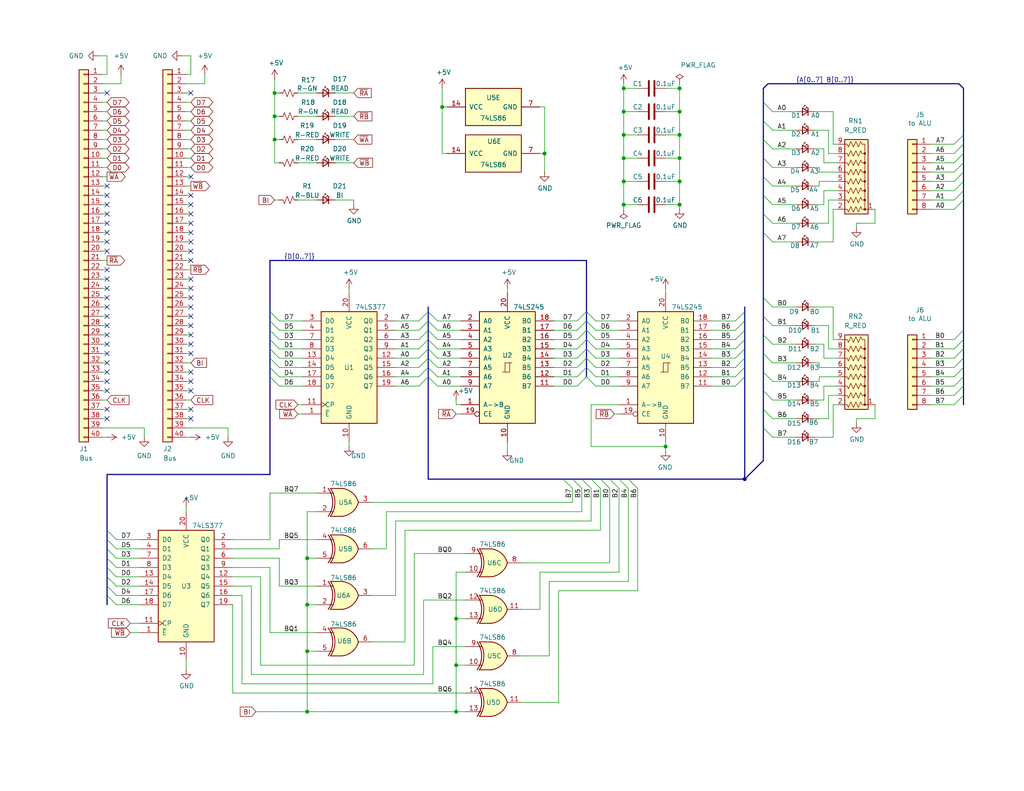
<source format=kicad_sch>
(kicad_sch (version 20231120) (generator "eeschema") (generator_version "8.0")
  (paper "USLetter")
  (title_block (title "SAP-Plus A and B Registers") (date "2024-11-30") (rev "1.1") (company "github.com/TomNisbet/sap-plus"))
  (junction (at 83.82 194.31))
  (junction (at 170.18 49.53))
  (junction (at 124.46 194.31))
  (junction (at 124.46 181.61))
  (junction (at 170.18 43.18))
  (junction (at 170.18 55.88))
  (junction (at 185.42 55.88))
  (junction (at 185.42 43.18))
  (junction (at 203.2 130.81))
  (junction (at 170.18 24.13))
  (junction (at 83.82 177.8))
  (junction (at 170.18 30.48))
  (junction (at 83.82 165.1))
  (junction (at 148.59 41.91))
  (junction (at 185.42 36.83))
  (junction (at 83.82 152.4))
  (junction (at 74.93 38.1))
  (junction (at 170.18 36.83))
  (junction (at 181.61 121.92))
  (junction (at 120.65 29.21))
  (junction (at 185.42 30.48))
  (junction (at 74.93 25.4))
  (junction (at 185.42 49.53))
  (junction (at 185.42 24.13))
  (junction (at 74.93 31.75))
  (junction (at 124.46 168.91))
  (no_connect (at 29.21 63.5))
  (no_connect (at 29.21 66.04))
  (no_connect (at 29.21 111.76))
  (no_connect (at 29.21 83.82))
  (no_connect (at 52.07 25.4))
  (no_connect (at 52.07 83.82))
  (no_connect (at 52.07 86.36))
  (no_connect (at 52.07 104.14))
  (no_connect (at 29.21 53.34))
  (no_connect (at 29.21 60.96))
  (no_connect (at 29.21 55.88))
  (no_connect (at 52.07 88.9))
  (no_connect (at 29.21 93.98))
  (no_connect (at 52.07 76.2))
  (no_connect (at 52.07 60.96))
  (no_connect (at 29.21 73.66))
  (no_connect (at 52.07 66.04))
  (no_connect (at 29.21 88.9))
  (no_connect (at 29.21 91.44))
  (no_connect (at 29.21 101.6))
  (no_connect (at 52.07 91.44))
  (no_connect (at 52.07 63.5))
  (no_connect (at 29.21 25.4))
  (no_connect (at 52.07 106.68))
  (no_connect (at 29.21 86.36))
  (no_connect (at 29.21 99.06))
  (no_connect (at 52.07 114.3))
  (no_connect (at 29.21 81.28))
  (no_connect (at 52.07 96.52))
  (no_connect (at 29.21 68.58))
  (no_connect (at 52.07 48.26))
  (no_connect (at 29.21 96.52))
  (no_connect (at 29.21 78.74))
  (no_connect (at 29.21 114.3))
  (no_connect (at 29.21 76.2))
  (no_connect (at 52.07 93.98))
  (no_connect (at 52.07 53.34))
  (no_connect (at 52.07 55.88))
  (no_connect (at 52.07 111.76))
  (no_connect (at 52.07 101.6))
  (no_connect (at 52.07 78.74))
  (no_connect (at 52.07 71.12))
  (no_connect (at 52.07 58.42))
  (no_connect (at 52.07 81.28))
  (no_connect (at 29.21 104.14))
  (no_connect (at 29.21 106.68))
  (no_connect (at 29.21 50.8))
  (no_connect (at 29.21 58.42))
  (no_connect (at 52.07 68.58))
  (bus_entry (at 208.28 116.84) (size 2.54 2.54))
  (bus_entry (at 153.67 130.81) (size 2.54 2.54))
  (bus_entry (at 116.84 102.87) (size -2.54 2.54))
  (bus_entry (at 160.02 87.63) (size -2.54 2.54))
  (bus_entry (at 29.21 147.32) (size 2.54 2.54))
  (bus_entry (at 262.89 39.37) (size -2.54 2.54))
  (bus_entry (at 208.28 101.6) (size 2.54 2.54))
  (bus_entry (at 116.84 92.71) (size 2.54 2.54))
  (bus_entry (at 262.89 107.95) (size -2.54 2.54))
  (bus_entry (at 116.84 87.63) (size 2.54 2.54))
  (bus_entry (at 116.84 100.33) (size -2.54 2.54))
  (bus_entry (at 262.89 97.79) (size -2.54 2.54))
  (bus_entry (at 29.21 154.94) (size 2.54 2.54))
  (bus_entry (at 73.66 102.87) (size 2.54 2.54))
  (bus_entry (at 208.28 53.34) (size 2.54 2.54))
  (bus_entry (at 73.66 92.71) (size 2.54 2.54))
  (bus_entry (at 160.02 95.25) (size -2.54 2.54))
  (bus_entry (at 29.21 149.86) (size 2.54 2.54))
  (bus_entry (at 116.84 90.17) (size 2.54 2.54))
  (bus_entry (at 116.84 95.25) (size 2.54 2.54))
  (bus_entry (at 160.02 95.25) (size 2.54 2.54))
  (bus_entry (at 203.2 100.33) (size -2.54 2.54))
  (bus_entry (at 168.91 130.81) (size 2.54 2.54))
  (bus_entry (at 262.89 54.61) (size -2.54 2.54))
  (bus_entry (at 116.84 97.79) (size 2.54 2.54))
  (bus_entry (at 73.66 95.25) (size 2.54 2.54))
  (bus_entry (at 166.37 130.81) (size 2.54 2.54))
  (bus_entry (at 262.89 36.83) (size -2.54 2.54))
  (bus_entry (at 262.89 100.33) (size -2.54 2.54))
  (bus_entry (at 116.84 102.87) (size 2.54 2.54))
  (bus_entry (at 262.89 105.41) (size -2.54 2.54))
  (bus_entry (at 208.28 27.94) (size 2.54 2.54))
  (bus_entry (at 208.28 63.5) (size 2.54 2.54))
  (bus_entry (at 208.28 48.26) (size 2.54 2.54))
  (bus_entry (at 262.89 46.99) (size -2.54 2.54))
  (bus_entry (at 29.21 144.78) (size 2.54 2.54))
  (bus_entry (at 29.21 152.4) (size 2.54 2.54))
  (bus_entry (at 160.02 90.17) (size -2.54 2.54))
  (bus_entry (at 29.21 157.48) (size 2.54 2.54))
  (bus_entry (at 116.84 85.09) (size -2.54 2.54))
  (bus_entry (at 158.75 130.81) (size 2.54 2.54))
  (bus_entry (at 208.28 38.1) (size 2.54 2.54))
  (bus_entry (at 116.84 85.09) (size 2.54 2.54))
  (bus_entry (at 203.2 102.87) (size -2.54 2.54))
  (bus_entry (at 160.02 90.17) (size 2.54 2.54))
  (bus_entry (at 161.29 130.81) (size 2.54 2.54))
  (bus_entry (at 208.28 33.02) (size 2.54 2.54))
  (bus_entry (at 262.89 90.17) (size -2.54 2.54))
  (bus_entry (at 116.84 92.71) (size -2.54 2.54))
  (bus_entry (at 171.45 130.81) (size 2.54 2.54))
  (bus_entry (at 208.28 43.18) (size 2.54 2.54))
  (bus_entry (at 262.89 44.45) (size -2.54 2.54))
  (bus_entry (at 208.28 106.68) (size 2.54 2.54))
  (bus_entry (at 116.84 100.33) (size 2.54 2.54))
  (bus_entry (at 160.02 87.63) (size 2.54 2.54))
  (bus_entry (at 160.02 100.33) (size -2.54 2.54))
  (bus_entry (at 73.66 100.33) (size 2.54 2.54))
  (bus_entry (at 203.2 87.63) (size -2.54 2.54))
  (bus_entry (at 203.2 92.71) (size -2.54 2.54))
  (bus_entry (at 208.28 91.44) (size 2.54 2.54))
  (bus_entry (at 262.89 92.71) (size -2.54 2.54))
  (bus_entry (at 29.21 160.02) (size 2.54 2.54))
  (bus_entry (at 116.84 97.79) (size -2.54 2.54))
  (bus_entry (at 262.89 95.25) (size -2.54 2.54))
  (bus_entry (at 203.2 97.79) (size -2.54 2.54))
  (bus_entry (at 160.02 92.71) (size -2.54 2.54))
  (bus_entry (at 160.02 92.71) (size 2.54 2.54))
  (bus_entry (at 73.66 87.63) (size 2.54 2.54))
  (bus_entry (at 73.66 90.17) (size 2.54 2.54))
  (bus_entry (at 160.02 85.09) (size -2.54 2.54))
  (bus_entry (at 160.02 97.79) (size 2.54 2.54))
  (bus_entry (at 163.83 130.81) (size 2.54 2.54))
  (bus_entry (at 262.89 41.91) (size -2.54 2.54))
  (bus_entry (at 116.84 95.25) (size -2.54 2.54))
  (bus_entry (at 208.28 58.42) (size 2.54 2.54))
  (bus_entry (at 160.02 100.33) (size 2.54 2.54))
  (bus_entry (at 262.89 102.87) (size -2.54 2.54))
  (bus_entry (at 208.28 111.76) (size 2.54 2.54))
  (bus_entry (at 160.02 102.87) (size 2.54 2.54))
  (bus_entry (at 262.89 49.53) (size -2.54 2.54))
  (bus_entry (at 203.2 90.17) (size -2.54 2.54))
  (bus_entry (at 203.2 85.09) (size -2.54 2.54))
  (bus_entry (at 208.28 96.52) (size 2.54 2.54))
  (bus_entry (at 116.84 90.17) (size -2.54 2.54))
  (bus_entry (at 73.66 85.09) (size 2.54 2.54))
  (bus_entry (at 116.84 87.63) (size -2.54 2.54))
  (bus_entry (at 208.28 86.36) (size 2.54 2.54))
  (bus_entry (at 203.2 95.25) (size -2.54 2.54))
  (bus_entry (at 208.28 81.28) (size 2.54 2.54))
  (bus_entry (at 160.02 97.79) (size -2.54 2.54))
  (bus_entry (at 160.02 102.87) (size -2.54 2.54))
  (bus_entry (at 262.89 52.07) (size -2.54 2.54))
  (bus_entry (at 29.21 162.56) (size 2.54 2.54))
  (bus_entry (at 156.21 130.81) (size 2.54 2.54))
  (bus_entry (at 160.02 85.09) (size 2.54 2.54))
  (bus_entry (at 73.66 97.79) (size 2.54 2.54))
  (wire (pts (xy 66.04 186.69) (xy 118.11 186.69)))
  (bus (pts (xy 209.55 22.86) (xy 261.62 22.86)))
  (wire (pts (xy 83.82 165.1) (xy 83.82 177.8)))
  (wire (pts (xy 157.48 97.79) (xy 151.13 97.79)))
  (wire (pts (xy 228.6 39.37) (xy 227.33 39.37)))
  (bus (pts (xy 262.89 46.99) (xy 262.89 49.53)))
  (wire (pts (xy 226.06 54.61) (xy 228.6 54.61)))
  (wire (pts (xy 260.35 41.91) (xy 254 41.91)))
  (bus (pts (xy 156.21 130.81) (xy 153.67 130.81)))
  (wire (pts (xy 185.42 24.13) (xy 185.42 30.48)))
  (wire (pts (xy 29.21 76.2) (xy 27.94 76.2)))
  (wire (pts (xy 27.94 22.86) (xy 33.02 22.86)))
  (wire (pts (xy 63.5 152.4) (xy 76.2 152.4)))
  (wire (pts (xy 63.5 162.56) (xy 66.04 162.56)))
  (bus (pts (xy 160.02 85.09) (xy 160.02 87.63)))
  (wire (pts (xy 162.56 90.17) (xy 168.91 90.17)))
  (wire (pts (xy 254 57.15) (xy 260.35 57.15)))
  (wire (pts (xy 29.21 119.38) (xy 27.94 119.38)))
  (wire (pts (xy 200.66 102.87) (xy 194.31 102.87)))
  (wire (pts (xy 185.42 22.86) (xy 185.42 24.13)))
  (bus (pts (xy 29.21 144.78) (xy 29.21 147.32)))
  (wire (pts (xy 52.07 40.64) (xy 50.8 40.64)))
  (wire (pts (xy 124.46 110.49) (xy 124.46 109.22)))
  (wire (pts (xy 29.21 53.34) (xy 27.94 53.34)))
  (wire (pts (xy 224.79 97.79) (xy 224.79 93.98)))
  (wire (pts (xy 181.61 121.92) (xy 181.61 123.19)))
  (wire (pts (xy 29.21 45.72) (xy 27.94 45.72)))
  (wire (pts (xy 223.52 100.33) (xy 228.6 100.33)))
  (wire (pts (xy 185.42 55.88) (xy 185.42 57.15)))
  (wire (pts (xy 260.35 52.07) (xy 254 52.07)))
  (bus (pts (xy 262.89 41.91) (xy 262.89 44.45)))
  (wire (pts (xy 29.21 93.98) (xy 27.94 93.98)))
  (wire (pts (xy 39.37 116.84) (xy 39.37 119.38)))
  (wire (pts (xy 152.4 161.29) (xy 152.4 191.77)))
  (bus (pts (xy 203.2 130.81) (xy 208.28 125.73)))
  (wire (pts (xy 210.82 30.48) (xy 217.17 30.48)))
  (wire (pts (xy 31.75 165.1) (xy 38.1 165.1)))
  (wire (pts (xy 260.35 100.33) (xy 254 100.33)))
  (wire (pts (xy 107.95 142.24) (xy 107.95 162.56)))
  (bus (pts (xy 262.89 92.71) (xy 262.89 95.25)))
  (wire (pts (xy 260.35 97.79) (xy 254 97.79)))
  (wire (pts (xy 81.28 25.4) (xy 86.36 25.4)))
  (wire (pts (xy 91.44 31.75) (xy 96.52 31.75)))
  (wire (pts (xy 260.35 46.99) (xy 254 46.99)))
  (bus (pts (xy 262.89 90.17) (xy 262.89 92.71)))
  (wire (pts (xy 170.18 49.53) (xy 170.18 55.88)))
  (wire (pts (xy 101.6 149.86) (xy 105.41 149.86)))
  (wire (pts (xy 157.48 95.25) (xy 151.13 95.25)))
  (wire (pts (xy 223.52 46.99) (xy 228.6 46.99)))
  (wire (pts (xy 210.82 93.98) (xy 217.17 93.98)))
  (bus (pts (xy 203.2 85.09) (xy 203.2 87.63)))
  (wire (pts (xy 74.93 31.75) (xy 74.93 38.1)))
  (wire (pts (xy 76.2 95.25) (xy 82.55 95.25)))
  (wire (pts (xy 125.73 102.87) (xy 119.38 102.87)))
  (wire (pts (xy 63.5 160.02) (xy 68.58 160.02)))
  (wire (pts (xy 68.58 184.15) (xy 115.57 184.15)))
  (wire (pts (xy 260.35 44.45) (xy 254 44.45)))
  (bus (pts (xy 208.28 38.1) (xy 208.28 43.18)))
  (wire (pts (xy 35.56 172.72) (xy 38.1 172.72)))
  (wire (pts (xy 226.06 107.95) (xy 226.06 114.3)))
  (wire (pts (xy 52.07 83.82) (xy 50.8 83.82)))
  (wire (pts (xy 76.2 102.87) (xy 82.55 102.87)))
  (wire (pts (xy 29.21 68.58) (xy 27.94 68.58)))
  (wire (pts (xy 74.93 44.45) (xy 76.2 44.45)))
  (bus (pts (xy 262.89 102.87) (xy 262.89 105.41)))
  (wire (pts (xy 181.61 78.74) (xy 181.61 80.01)))
  (wire (pts (xy 27.94 104.14) (xy 29.21 104.14)))
  (bus (pts (xy 29.21 160.02) (xy 29.21 162.56)))
  (wire (pts (xy 29.21 30.48) (xy 27.94 30.48)))
  (wire (pts (xy 200.66 100.33) (xy 194.31 100.33)))
  (wire (pts (xy 52.07 15.24) (xy 52.07 20.32)))
  (wire (pts (xy 238.76 110.49) (xy 238.76 114.3)))
  (wire (pts (xy 170.18 55.88) (xy 173.99 55.88)))
  (wire (pts (xy 162.56 97.79) (xy 168.91 97.79)))
  (wire (pts (xy 163.83 133.35) (xy 163.83 144.78)))
  (bus (pts (xy 203.2 92.71) (xy 203.2 95.25)))
  (bus (pts (xy 262.89 44.45) (xy 262.89 46.99)))
  (wire (pts (xy 222.25 99.06) (xy 223.52 99.06)))
  (wire (pts (xy 210.82 35.56) (xy 217.17 35.56)))
  (wire (pts (xy 200.66 92.71) (xy 194.31 92.71)))
  (bus (pts (xy 208.28 111.76) (xy 208.28 116.84)))
  (wire (pts (xy 260.35 110.49) (xy 254 110.49)))
  (wire (pts (xy 52.07 53.34) (xy 50.8 53.34)))
  (wire (pts (xy 52.07 50.8) (xy 50.8 50.8)))
  (wire (pts (xy 52.07 106.68) (xy 50.8 106.68)))
  (wire (pts (xy 223.52 49.53) (xy 228.6 49.53)))
  (wire (pts (xy 119.38 95.25) (xy 125.73 95.25)))
  (wire (pts (xy 210.82 40.64) (xy 217.17 40.64)))
  (wire (pts (xy 222.25 60.96) (xy 226.06 60.96)))
  (wire (pts (xy 29.21 20.32) (xy 27.94 20.32)))
  (wire (pts (xy 226.06 60.96) (xy 226.06 54.61)))
  (wire (pts (xy 76.2 147.32) (xy 86.36 147.32)))
  (wire (pts (xy 74.93 21.59) (xy 74.93 25.4)))
  (wire (pts (xy 260.35 95.25) (xy 254 95.25)))
  (wire (pts (xy 29.21 60.96) (xy 27.94 60.96)))
  (wire (pts (xy 156.21 133.35) (xy 156.21 137.16)))
  (wire (pts (xy 31.75 160.02) (xy 38.1 160.02)))
  (wire (pts (xy 114.3 100.33) (xy 107.95 100.33)))
  (wire (pts (xy 29.21 58.42) (xy 27.94 58.42)))
  (wire (pts (xy 29.21 96.52) (xy 27.94 96.52)))
  (wire (pts (xy 152.4 191.77) (xy 142.24 191.77)))
  (wire (pts (xy 105.41 149.86) (xy 105.41 139.7)))
  (wire (pts (xy 52.07 63.5) (xy 50.8 63.5)))
  (wire (pts (xy 185.42 30.48) (xy 185.42 36.83)))
  (wire (pts (xy 210.82 109.22) (xy 217.17 109.22)))
  (wire (pts (xy 50.8 138.43) (xy 50.8 139.7)))
  (wire (pts (xy 86.36 165.1) (xy 83.82 165.1)))
  (wire (pts (xy 115.57 184.15) (xy 115.57 163.83)))
  (wire (pts (xy 162.56 87.63) (xy 168.91 87.63)))
  (bus (pts (xy 29.21 147.32) (xy 29.21 149.86)))
  (wire (pts (xy 228.6 95.25) (xy 226.06 95.25)))
  (bus (pts (xy 160.02 97.79) (xy 160.02 100.33)))
  (wire (pts (xy 161.29 142.24) (xy 107.95 142.24)))
  (wire (pts (xy 210.82 66.04) (xy 217.17 66.04)))
  (wire (pts (xy 147.32 156.21) (xy 147.32 166.37)))
  (bus (pts (xy 262.89 100.33) (xy 262.89 102.87)))
  (bus (pts (xy 73.66 102.87) (xy 73.66 129.54)))
  (wire (pts (xy 222.25 109.22) (xy 224.79 109.22)))
  (wire (pts (xy 125.73 110.49) (xy 124.46 110.49)))
  (wire (pts (xy 210.82 60.96) (xy 217.17 60.96)))
  (wire (pts (xy 222.25 40.64) (xy 224.79 40.64)))
  (bus (pts (xy 262.89 49.53) (xy 262.89 52.07)))
  (wire (pts (xy 29.21 91.44) (xy 27.94 91.44)))
  (wire (pts (xy 52.07 104.14) (xy 50.8 104.14)))
  (wire (pts (xy 62.23 116.84) (xy 62.23 119.38)))
  (bus (pts (xy 203.2 102.87) (xy 203.2 130.81)))
  (wire (pts (xy 29.21 78.74) (xy 27.94 78.74)))
  (wire (pts (xy 166.37 133.35) (xy 166.37 153.67)))
  (wire (pts (xy 52.07 30.48) (xy 50.8 30.48)))
  (bus (pts (xy 163.83 130.81) (xy 161.29 130.81)))
  (wire (pts (xy 107.95 90.17) (xy 114.3 90.17)))
  (bus (pts (xy 208.28 96.52) (xy 208.28 101.6)))
  (wire (pts (xy 29.21 71.12) (xy 27.94 71.12)))
  (wire (pts (xy 138.43 78.74) (xy 138.43 80.01)))
  (wire (pts (xy 173.99 161.29) (xy 152.4 161.29)))
  (wire (pts (xy 210.82 99.06) (xy 217.17 99.06)))
  (bus (pts (xy 208.28 27.94) (xy 208.28 24.13)))
  (bus (pts (xy 208.28 91.44) (xy 208.28 96.52)))
  (bus (pts (xy 208.28 81.28) (xy 208.28 86.36)))
  (wire (pts (xy 210.82 50.8) (xy 217.17 50.8)))
  (bus (pts (xy 116.84 102.87) (xy 116.84 130.81)))
  (wire (pts (xy 29.21 50.8) (xy 27.94 50.8)))
  (wire (pts (xy 76.2 92.71) (xy 82.55 92.71)))
  (wire (pts (xy 222.25 45.72) (xy 223.52 45.72)))
  (bus (pts (xy 29.21 152.4) (xy 29.21 154.94)))
  (wire (pts (xy 181.61 120.65) (xy 181.61 121.92)))
  (wire (pts (xy 52.07 76.2) (xy 50.8 76.2)))
  (wire (pts (xy 181.61 49.53) (xy 185.42 49.53)))
  (wire (pts (xy 149.86 158.75) (xy 149.86 179.07)))
  (wire (pts (xy 181.61 121.92) (xy 161.29 121.92)))
  (wire (pts (xy 29.21 40.64) (xy 27.94 40.64)))
  (wire (pts (xy 52.07 99.06) (xy 50.8 99.06)))
  (wire (pts (xy 113.03 151.13) (xy 127 151.13)))
  (wire (pts (xy 29.21 55.88) (xy 27.94 55.88)))
  (wire (pts (xy 223.52 45.72) (xy 223.52 46.99)))
  (wire (pts (xy 170.18 24.13) (xy 170.18 30.48)))
  (bus (pts (xy 73.66 100.33) (xy 73.66 102.87)))
  (wire (pts (xy 171.45 158.75) (xy 149.86 158.75)))
  (wire (pts (xy 210.82 88.9) (xy 217.17 88.9)))
  (wire (pts (xy 121.92 41.91) (xy 120.65 41.91)))
  (wire (pts (xy 27.94 114.3) (xy 29.21 114.3)))
  (wire (pts (xy 228.6 57.15) (xy 227.33 57.15)))
  (wire (pts (xy 227.33 57.15) (xy 227.33 66.04)))
  (wire (pts (xy 238.76 60.96) (xy 233.68 60.96)))
  (bus (pts (xy 73.66 71.12) (xy 73.66 85.09)))
  (wire (pts (xy 81.28 44.45) (xy 86.36 44.45)))
  (wire (pts (xy 74.93 25.4) (xy 74.93 31.75)))
  (wire (pts (xy 29.21 43.18) (xy 27.94 43.18)))
  (wire (pts (xy 118.11 176.53) (xy 127 176.53)))
  (bus (pts (xy 116.84 90.17) (xy 116.84 92.71)))
  (wire (pts (xy 101.6 175.26) (xy 110.49 175.26)))
  (wire (pts (xy 125.73 105.41) (xy 119.38 105.41)))
  (wire (pts (xy 185.42 55.88) (xy 181.61 55.88)))
  (wire (pts (xy 52.07 119.38) (xy 50.8 119.38)))
  (wire (pts (xy 171.45 133.35) (xy 171.45 158.75)))
  (bus (pts (xy 208.28 43.18) (xy 208.28 48.26)))
  (wire (pts (xy 114.3 95.25) (xy 107.95 95.25)))
  (wire (pts (xy 228.6 107.95) (xy 226.06 107.95)))
  (wire (pts (xy 52.07 91.44) (xy 50.8 91.44)))
  (wire (pts (xy 91.44 54.61) (xy 96.52 54.61)))
  (wire (pts (xy 35.56 170.18) (xy 38.1 170.18)))
  (wire (pts (xy 157.48 102.87) (xy 151.13 102.87)))
  (bus (pts (xy 171.45 130.81) (xy 168.91 130.81)))
  (wire (pts (xy 31.75 157.48) (xy 38.1 157.48)))
  (wire (pts (xy 73.66 154.94) (xy 73.66 172.72)))
  (bus (pts (xy 208.28 58.42) (xy 208.28 63.5)))
  (wire (pts (xy 228.6 97.79) (xy 224.79 97.79)))
  (wire (pts (xy 210.82 45.72) (xy 217.17 45.72)))
  (wire (pts (xy 200.66 90.17) (xy 194.31 90.17)))
  (wire (pts (xy 170.18 55.88) (xy 170.18 57.15)))
  (bus (pts (xy 73.66 90.17) (xy 73.66 92.71)))
  (wire (pts (xy 124.46 181.61) (xy 124.46 194.31)))
  (bus (pts (xy 203.2 90.17) (xy 203.2 92.71)))
  (wire (pts (xy 81.28 38.1) (xy 86.36 38.1)))
  (wire (pts (xy 76.2 90.17) (xy 82.55 90.17)))
  (wire (pts (xy 181.61 36.83) (xy 185.42 36.83)))
  (wire (pts (xy 119.38 92.71) (xy 125.73 92.71)))
  (wire (pts (xy 27.94 116.84) (xy 39.37 116.84)))
  (wire (pts (xy 222.25 83.82) (xy 227.33 83.82)))
  (wire (pts (xy 161.29 133.35) (xy 161.29 142.24)))
  (wire (pts (xy 29.21 63.5) (xy 27.94 63.5)))
  (wire (pts (xy 76.2 97.79) (xy 82.55 97.79)))
  (wire (pts (xy 157.48 105.41) (xy 151.13 105.41)))
  (wire (pts (xy 29.21 66.04) (xy 27.94 66.04)))
  (wire (pts (xy 173.99 43.18) (xy 170.18 43.18)))
  (bus (pts (xy 208.28 33.02) (xy 208.28 38.1)))
  (wire (pts (xy 52.07 27.94) (xy 50.8 27.94)))
  (wire (pts (xy 63.5 157.48) (xy 71.12 157.48)))
  (wire (pts (xy 63.5 189.23) (xy 127 189.23)))
  (bus (pts (xy 153.67 130.81) (xy 116.84 130.81)))
  (bus (pts (xy 160.02 92.71) (xy 160.02 95.25)))
  (wire (pts (xy 68.58 160.02) (xy 68.58 184.15)))
  (bus (pts (xy 160.02 100.33) (xy 160.02 102.87)))
  (wire (pts (xy 147.32 41.91) (xy 148.59 41.91)))
  (bus (pts (xy 208.28 27.94) (xy 208.28 33.02)))
  (wire (pts (xy 91.44 25.4) (xy 96.52 25.4)))
  (wire (pts (xy 260.35 105.41) (xy 254 105.41)))
  (wire (pts (xy 52.07 71.12) (xy 50.8 71.12)))
  (wire (pts (xy 124.46 156.21) (xy 124.46 168.91)))
  (bus (pts (xy 261.62 22.86) (xy 262.89 24.13)))
  (wire (pts (xy 76.2 31.75) (xy 74.93 31.75)))
  (wire (pts (xy 173.99 133.35) (xy 173.99 161.29)))
  (wire (pts (xy 82.55 110.49) (xy 81.28 110.49)))
  (wire (pts (xy 52.07 60.96) (xy 50.8 60.96)))
  (bus (pts (xy 116.84 92.71) (xy 116.84 95.25)))
  (wire (pts (xy 200.66 87.63) (xy 194.31 87.63)))
  (wire (pts (xy 254 54.61) (xy 260.35 54.61)))
  (wire (pts (xy 181.61 30.48) (xy 185.42 30.48)))
  (wire (pts (xy 210.82 114.3) (xy 217.17 114.3)))
  (wire (pts (xy 168.91 133.35) (xy 168.91 156.21)))
  (wire (pts (xy 110.49 175.26) (xy 110.49 144.78)))
  (wire (pts (xy 29.21 81.28) (xy 27.94 81.28)))
  (wire (pts (xy 29.21 88.9) (xy 27.94 88.9)))
  (wire (pts (xy 233.68 114.3) (xy 238.76 114.3)))
  (wire (pts (xy 119.38 97.79) (xy 125.73 97.79)))
  (wire (pts (xy 83.82 139.7) (xy 83.82 152.4)))
  (wire (pts (xy 227.33 92.71) (xy 227.33 83.82)))
  (bus (pts (xy 208.28 48.26) (xy 208.28 53.34)))
  (wire (pts (xy 52.07 93.98) (xy 50.8 93.98)))
  (wire (pts (xy 52.07 58.42) (xy 50.8 58.42)))
  (wire (pts (xy 181.61 24.13) (xy 185.42 24.13)))
  (wire (pts (xy 170.18 30.48) (xy 170.18 36.83)))
  (wire (pts (xy 52.07 73.66) (xy 50.8 73.66)))
  (wire (pts (xy 95.25 78.74) (xy 95.25 80.01)))
  (wire (pts (xy 228.6 110.49) (xy 227.33 110.49)))
  (wire (pts (xy 31.75 152.4) (xy 38.1 152.4)))
  (wire (pts (xy 222.25 66.04) (xy 227.33 66.04)))
  (wire (pts (xy 114.3 97.79) (xy 107.95 97.79)))
  (wire (pts (xy 222.25 119.38) (xy 227.33 119.38)))
  (wire (pts (xy 227.33 39.37) (xy 227.33 30.48)))
  (wire (pts (xy 83.82 194.31) (xy 124.46 194.31)))
  (wire (pts (xy 149.86 179.07) (xy 142.24 179.07)))
  (bus (pts (xy 73.66 129.54) (xy 29.21 129.54)))
  (wire (pts (xy 124.46 181.61) (xy 127 181.61)))
  (wire (pts (xy 173.99 24.13) (xy 170.18 24.13)))
  (wire (pts (xy 260.35 102.87) (xy 254 102.87)))
  (wire (pts (xy 110.49 144.78) (xy 163.83 144.78)))
  (wire (pts (xy 52.07 55.88) (xy 50.8 55.88)))
  (wire (pts (xy 76.2 38.1) (xy 74.93 38.1)))
  (bus (pts (xy 262.89 107.95) (xy 262.89 110.49)))
  (wire (pts (xy 71.12 157.48) (xy 71.12 181.61)))
  (wire (pts (xy 76.2 105.41) (xy 82.55 105.41)))
  (wire (pts (xy 224.79 52.07) (xy 224.79 55.88)))
  (bus (pts (xy 262.89 52.07) (xy 262.89 54.61)))
  (bus (pts (xy 208.28 116.84) (xy 208.28 125.73)))
  (wire (pts (xy 233.68 60.96) (xy 233.68 62.23)))
  (wire (pts (xy 86.36 152.4) (xy 83.82 152.4)))
  (wire (pts (xy 69.85 194.31) (xy 83.82 194.31)))
  (bus (pts (xy 116.84 100.33) (xy 116.84 102.87)))
  (wire (pts (xy 173.99 36.83) (xy 170.18 36.83)))
  (wire (pts (xy 181.61 43.18) (xy 185.42 43.18)))
  (wire (pts (xy 119.38 87.63) (xy 125.73 87.63)))
  (wire (pts (xy 162.56 100.33) (xy 168.91 100.33)))
  (wire (pts (xy 107.95 87.63) (xy 114.3 87.63)))
  (wire (pts (xy 73.66 147.32) (xy 63.5 147.32)))
  (wire (pts (xy 185.42 49.53) (xy 185.42 55.88)))
  (wire (pts (xy 26.67 15.24) (xy 29.21 15.24)))
  (bus (pts (xy 168.91 130.81) (xy 166.37 130.81)))
  (wire (pts (xy 228.6 41.91) (xy 226.06 41.91)))
  (wire (pts (xy 76.2 25.4) (xy 74.93 25.4)))
  (wire (pts (xy 226.06 41.91) (xy 226.06 35.56)))
  (wire (pts (xy 168.91 113.03) (xy 167.64 113.03)))
  (wire (pts (xy 210.82 83.82) (xy 217.17 83.82)))
  (wire (pts (xy 76.2 147.32) (xy 76.2 149.86)))
  (wire (pts (xy 52.07 81.28) (xy 50.8 81.28)))
  (bus (pts (xy 29.21 162.56) (xy 29.21 165.1)))
  (wire (pts (xy 120.65 29.21) (xy 121.92 29.21)))
  (wire (pts (xy 91.44 38.1) (xy 96.52 38.1)))
  (bus (pts (xy 73.66 71.12) (xy 160.02 71.12)))
  (bus (pts (xy 262.89 54.61) (xy 262.89 90.17)))
  (wire (pts (xy 29.21 38.1) (xy 27.94 38.1)))
  (bus (pts (xy 208.28 24.13) (xy 209.55 22.86)))
  (wire (pts (xy 228.6 52.07) (xy 224.79 52.07)))
  (wire (pts (xy 52.07 45.72) (xy 50.8 45.72)))
  (wire (pts (xy 107.95 162.56) (xy 101.6 162.56)))
  (wire (pts (xy 76.2 100.33) (xy 82.55 100.33)))
  (bus (pts (xy 160.02 95.25) (xy 160.02 97.79)))
  (wire (pts (xy 222.25 114.3) (xy 226.06 114.3)))
  (wire (pts (xy 124.46 194.31) (xy 127 194.31)))
  (wire (pts (xy 52.07 111.76) (xy 50.8 111.76)))
  (wire (pts (xy 52.07 86.36) (xy 50.8 86.36)))
  (wire (pts (xy 228.6 44.45) (xy 224.79 44.45)))
  (wire (pts (xy 223.52 104.14) (xy 222.25 104.14)))
  (bus (pts (xy 116.84 97.79) (xy 116.84 100.33)))
  (wire (pts (xy 222.25 55.88) (xy 224.79 55.88)))
  (wire (pts (xy 76.2 87.63) (xy 82.55 87.63)))
  (wire (pts (xy 170.18 36.83) (xy 170.18 43.18)))
  (bus (pts (xy 262.89 97.79) (xy 262.89 100.33)))
  (wire (pts (xy 52.07 48.26) (xy 50.8 48.26)))
  (wire (pts (xy 114.3 92.71) (xy 107.95 92.71)))
  (wire (pts (xy 185.42 43.18) (xy 185.42 49.53)))
  (wire (pts (xy 120.65 41.91) (xy 120.65 29.21)))
  (wire (pts (xy 27.94 109.22) (xy 29.21 109.22)))
  (wire (pts (xy 238.76 57.15) (xy 238.76 60.96)))
  (wire (pts (xy 157.48 87.63) (xy 151.13 87.63)))
  (wire (pts (xy 210.82 119.38) (xy 217.17 119.38)))
  (wire (pts (xy 147.32 29.21) (xy 148.59 29.21)))
  (wire (pts (xy 74.93 38.1) (xy 74.93 44.45)))
  (bus (pts (xy 203.2 87.63) (xy 203.2 90.17)))
  (wire (pts (xy 124.46 168.91) (xy 124.46 181.61)))
  (wire (pts (xy 166.37 153.67) (xy 142.24 153.67)))
  (wire (pts (xy 119.38 90.17) (xy 125.73 90.17)))
  (wire (pts (xy 52.07 114.3) (xy 50.8 114.3)))
  (bus (pts (xy 73.66 85.09) (xy 73.66 87.63)))
  (bus (pts (xy 208.28 53.34) (xy 208.28 58.42)))
  (wire (pts (xy 73.66 134.62) (xy 73.66 147.32)))
  (wire (pts (xy 228.6 102.87) (xy 223.52 102.87)))
  (bus (pts (xy 116.84 83.82) (xy 116.84 85.09)))
  (wire (pts (xy 260.35 107.95) (xy 254 107.95)))
  (wire (pts (xy 210.82 55.88) (xy 217.17 55.88)))
  (bus (pts (xy 29.21 149.86) (xy 29.21 152.4)))
  (wire (pts (xy 29.21 73.66) (xy 27.94 73.66)))
  (bus (pts (xy 116.84 85.09) (xy 116.84 87.63)))
  (wire (pts (xy 52.07 43.18) (xy 50.8 43.18)))
  (wire (pts (xy 31.75 154.94) (xy 38.1 154.94)))
  (wire (pts (xy 29.21 48.26) (xy 27.94 48.26)))
  (wire (pts (xy 52.07 66.04) (xy 50.8 66.04)))
  (bus (pts (xy 29.21 154.94) (xy 29.21 157.48)))
  (bus (pts (xy 203.2 100.33) (xy 203.2 102.87)))
  (wire (pts (xy 200.66 105.41) (xy 194.31 105.41)))
  (wire (pts (xy 185.42 36.83) (xy 185.42 43.18)))
  (bus (pts (xy 203.2 97.79) (xy 203.2 100.33)))
  (wire (pts (xy 74.93 54.61) (xy 76.2 54.61)))
  (bus (pts (xy 262.89 105.41) (xy 262.89 107.95)))
  (wire (pts (xy 173.99 30.48) (xy 170.18 30.48)))
  (wire (pts (xy 86.36 177.8) (xy 83.82 177.8)))
  (wire (pts (xy 233.68 115.57) (xy 233.68 114.3)))
  (wire (pts (xy 81.28 54.61) (xy 86.36 54.61)))
  (wire (pts (xy 119.38 100.33) (xy 125.73 100.33)))
  (wire (pts (xy 52.07 68.58) (xy 50.8 68.58)))
  (wire (pts (xy 91.44 44.45) (xy 96.52 44.45)))
  (wire (pts (xy 95.25 120.65) (xy 95.25 121.92)))
  (wire (pts (xy 227.33 110.49) (xy 227.33 119.38)))
  (wire (pts (xy 76.2 152.4) (xy 76.2 160.02)))
  (wire (pts (xy 81.28 31.75) (xy 86.36 31.75)))
  (wire (pts (xy 105.41 139.7) (xy 158.75 139.7)))
  (bus (pts (xy 208.28 86.36) (xy 208.28 91.44)))
  (wire (pts (xy 52.07 20.32) (xy 50.8 20.32)))
  (wire (pts (xy 73.66 134.62) (xy 86.36 134.62)))
  (wire (pts (xy 82.55 113.03) (xy 81.28 113.03)))
  (wire (pts (xy 29.21 99.06) (xy 27.94 99.06)))
  (wire (pts (xy 101.6 137.16) (xy 156.21 137.16)))
  (wire (pts (xy 147.32 166.37) (xy 142.24 166.37)))
  (wire (pts (xy 73.66 172.72) (xy 86.36 172.72)))
  (wire (pts (xy 157.48 100.33) (xy 151.13 100.33)))
  (wire (pts (xy 226.06 88.9) (xy 226.06 95.25)))
  (wire (pts (xy 162.56 105.41) (xy 168.91 105.41)))
  (wire (pts (xy 162.56 102.87) (xy 168.91 102.87)))
  (wire (pts (xy 50.8 180.34) (xy 50.8 182.88)))
  (wire (pts (xy 27.94 111.76) (xy 29.21 111.76)))
  (wire (pts (xy 162.56 95.25) (xy 168.91 95.25)))
  (wire (pts (xy 118.11 186.69) (xy 118.11 176.53)))
  (bus (pts (xy 203.2 130.81) (xy 171.45 130.81)))
  (wire (pts (xy 114.3 102.87) (xy 107.95 102.87)))
  (wire (pts (xy 33.02 22.86) (xy 33.02 20.32)))
  (wire (pts (xy 83.82 152.4) (xy 83.82 165.1)))
  (wire (pts (xy 76.2 160.02) (xy 86.36 160.02)))
  (bus (pts (xy 116.84 87.63) (xy 116.84 90.17)))
  (wire (pts (xy 52.07 25.4) (xy 50.8 25.4)))
  (bus (pts (xy 208.28 63.5) (xy 208.28 81.28)))
  (wire (pts (xy 86.36 139.7) (xy 83.82 139.7)))
  (wire (pts (xy 162.56 92.71) (xy 168.91 92.71)))
  (wire (pts (xy 127 156.21) (xy 124.46 156.21)))
  (wire (pts (xy 223.52 49.53) (xy 223.52 50.8)))
  (wire (pts (xy 200.66 97.79) (xy 194.31 97.79)))
  (bus (pts (xy 160.02 90.17) (xy 160.02 92.71)))
  (wire (pts (xy 63.5 149.86) (xy 76.2 149.86)))
  (wire (pts (xy 173.99 49.53) (xy 170.18 49.53)))
  (wire (pts (xy 71.12 181.61) (xy 113.03 181.61)))
  (bus (pts (xy 262.89 95.25) (xy 262.89 97.79)))
  (wire (pts (xy 63.5 154.94) (xy 73.66 154.94)))
  (wire (pts (xy 27.94 106.68) (xy 29.21 106.68)))
  (wire (pts (xy 50.8 22.86) (xy 55.88 22.86)))
  (bus (pts (xy 29.21 157.48) (xy 29.21 160.02)))
  (wire (pts (xy 158.75 133.35) (xy 158.75 139.7)))
  (wire (pts (xy 260.35 92.71) (xy 254 92.71)))
  (bus (pts (xy 262.89 36.83) (xy 262.89 39.37)))
  (bus (pts (xy 158.75 130.81) (xy 156.21 130.81)))
  (wire (pts (xy 148.59 29.21) (xy 148.59 41.91)))
  (bus (pts (xy 73.66 95.25) (xy 73.66 97.79)))
  (wire (pts (xy 52.07 88.9) (xy 50.8 88.9)))
  (wire (pts (xy 157.48 92.71) (xy 151.13 92.71)))
  (wire (pts (xy 66.04 162.56) (xy 66.04 186.69)))
  (wire (pts (xy 52.07 101.6) (xy 50.8 101.6)))
  (wire (pts (xy 222.25 35.56) (xy 226.06 35.56)))
  (wire (pts (xy 29.21 35.56) (xy 27.94 35.56)))
  (wire (pts (xy 157.48 90.17) (xy 151.13 90.17)))
  (wire (pts (xy 228.6 92.71) (xy 227.33 92.71)))
  (wire (pts (xy 161.29 110.49) (xy 161.29 121.92)))
  (wire (pts (xy 52.07 35.56) (xy 50.8 35.56)))
  (wire (pts (xy 31.75 162.56) (xy 38.1 162.56)))
  (wire (pts (xy 113.03 181.61) (xy 113.03 151.13)))
  (wire (pts (xy 52.07 78.74) (xy 50.8 78.74)))
  (wire (pts (xy 138.43 120.65) (xy 138.43 123.19)))
  (bus (pts (xy 29.21 129.54) (xy 29.21 144.78)))
  (bus (pts (xy 203.2 83.82) (xy 203.2 85.09)))
  (wire (pts (xy 168.91 110.49) (xy 161.29 110.49)))
  (bus (pts (xy 73.66 87.63) (xy 73.66 90.17)))
  (bus (pts (xy 160.02 87.63) (xy 160.02 90.17)))
  (wire (pts (xy 222.25 93.98) (xy 224.79 93.98)))
  (wire (pts (xy 260.35 49.53) (xy 254 49.53)))
  (bus (pts (xy 208.28 106.68) (xy 208.28 111.76)))
  (wire (pts (xy 120.65 29.21) (xy 120.65 24.13)))
  (wire (pts (xy 124.46 113.03) (xy 125.73 113.03)))
  (bus (pts (xy 166.37 130.81) (xy 163.83 130.81)))
  (wire (pts (xy 52.07 33.02) (xy 50.8 33.02)))
  (wire (pts (xy 96.52 54.61) (xy 96.52 55.88)))
  (wire (pts (xy 52.07 96.52) (xy 50.8 96.52)))
  (bus (pts (xy 73.66 97.79) (xy 73.66 100.33)))
  (wire (pts (xy 170.18 43.18) (xy 170.18 49.53)))
  (wire (pts (xy 50.8 116.84) (xy 62.23 116.84)))
  (bus (pts (xy 161.29 130.81) (xy 158.75 130.81)))
  (wire (pts (xy 222.25 50.8) (xy 223.52 50.8)))
  (wire (pts (xy 83.82 177.8) (xy 83.82 194.31)))
  (wire (pts (xy 222.25 88.9) (xy 226.06 88.9)))
  (wire (pts (xy 31.75 147.32) (xy 38.1 147.32)))
  (bus (pts (xy 73.66 92.71) (xy 73.66 95.25)))
  (wire (pts (xy 52.07 109.22) (xy 50.8 109.22)))
  (wire (pts (xy 29.21 33.02) (xy 27.94 33.02)))
  (wire (pts (xy 170.18 22.86) (xy 170.18 24.13)))
  (wire (pts (xy 55.88 22.86) (xy 55.88 20.32)))
  (wire (pts (xy 260.35 39.37) (xy 254 39.37)))
  (bus (pts (xy 262.89 39.37) (xy 262.89 41.91)))
  (bus (pts (xy 208.28 101.6) (xy 208.28 106.68)))
  (wire (pts (xy 223.52 102.87) (xy 223.52 104.14)))
  (wire (pts (xy 115.57 163.83) (xy 127 163.83)))
  (bus (pts (xy 262.89 24.13) (xy 262.89 36.83)))
  (wire (pts (xy 114.3 105.41) (xy 107.95 105.41)))
  (wire (pts (xy 222.25 30.48) (xy 227.33 30.48)))
  (bus (pts (xy 203.2 95.25) (xy 203.2 97.79)))
  (wire (pts (xy 52.07 38.1) (xy 50.8 38.1)))
  (wire (pts (xy 49.53 15.24) (xy 52.07 15.24)))
  (wire (pts (xy 124.46 168.91) (xy 127 168.91)))
  (wire (pts (xy 224.79 109.22) (xy 224.79 105.41)))
  (wire (pts (xy 31.75 149.86) (xy 38.1 149.86)))
  (wire (pts (xy 223.52 99.06) (xy 223.52 100.33)))
  (wire (pts (xy 224.79 105.41) (xy 228.6 105.41)))
  (wire (pts (xy 63.5 165.1) (xy 63.5 189.23)))
  (wire (pts (xy 148.59 41.91) (xy 148.59 46.99)))
  (bus (pts (xy 116.84 95.25) (xy 116.84 97.79)))
  (wire (pts (xy 29.21 25.4) (xy 27.94 25.4)))
  (wire (pts (xy 224.79 44.45) (xy 224.79 40.64)))
  (wire (pts (xy 200.66 95.25) (xy 194.31 95.25)))
  (wire (pts (xy 29.21 27.94) (xy 27.94 27.94)))
  (wire (pts (xy 29.21 83.82) (xy 27.94 83.82)))
  (wire (pts (xy 210.82 104.14) (xy 217.17 104.14)))
  (wire (pts (xy 168.91 156.21) (xy 147.32 156.21)))
  (bus (pts (xy 160.02 71.12) (xy 160.02 85.09)))
  (wire (pts (xy 29.21 15.24) (xy 29.21 20.32)))
  (wire (pts (xy 29.21 101.6) (xy 27.94 101.6)))
  (wire (pts (xy 29.21 86.36) (xy 27.94 86.36)))
  (label "A3" (at 257.81 49.53 180))
  (label "BQ7" (at 77.47 134.62 0))
  (label "D3" (at 163.83 97.79 0))
  (label "B1" (at 199.39 102.87 180))
  (label "A3" (at 111.76 92.71 180))
  (label "BQ1" (at 77.47 172.72 0))
  (label "A6" (at 111.76 105.41 180))
  (label "D6" (at 33.02 165.1 0))
  (label "D7" (at 77.47 87.63 0))
  (label "A4" (at 212.09 50.8 0))
  (label "D7" (at 33.02 147.32 0))
  (label "B7" (at 212.09 119.38 0))
  (label "A0" (at 212.09 30.48 0))
  (label "D3" (at 77.47 92.71 0))
  (label "B0" (at 166.37 133.35 270))
  (label "A6" (at 257.81 41.91 180))
  (label "B7" (at 257.81 110.49 180))
  (label "A4" (at 257.81 46.99 180))
  (label "B4" (at 212.09 104.14 0))
  (label "B4" (at 257.81 102.87 180))
  (label "BQ3" (at 77.47 160.02 0))
  (label "A6" (at 120.65 90.17 0))
  (label "B0" (at 199.39 105.41 180))
  (label "BQ0" (at 119.38 151.13 0))
  (label "A6" (at 212.09 60.96 0))
  (label "A4" (at 120.65 95.25 0))
  (label "B1" (at 257.81 95.25 180))
  (label "A1" (at 111.76 95.25 180))
  (label "D0" (at 163.83 105.41 0))
  (label "B5" (at 199.39 92.71 180))
  (label "D4" (at 163.83 95.25 0))
  (label "A5" (at 257.81 44.45 180))
  (label "{D[0..7]}" (at 77.47 71.12 0))
  (label "B6" (at 173.99 133.35 270))
  (label "B0" (at 212.09 83.82 0))
  (label "B5" (at 212.09 109.22 0))
  (label "D6" (at 156.21 90.17 180))
  (label "BQ2" (at 119.38 163.83 0))
  (label "D1" (at 163.83 102.87 0))
  (label "D5" (at 156.21 92.71 180))
  (label "D5" (at 163.83 92.71 0))
  (label "A1" (at 120.65 102.87 0))
  (label "D1" (at 156.21 102.87 180))
  (label "A5" (at 120.65 92.71 0))
  (label "A7" (at 257.81 39.37 180))
  (label "D0" (at 77.47 97.79 0))
  (label "B7" (at 156.21 133.35 270))
  (label "D6" (at 163.83 90.17 0))
  (label "A5" (at 111.76 90.17 180))
  (label "B6" (at 257.81 107.95 180))
  (label "A3" (at 212.09 45.72 0))
  (label "B4" (at 171.45 133.35 270))
  (label "A2" (at 257.81 52.07 180))
  (label "B5" (at 257.81 105.41 180))
  (label "D0" (at 33.02 157.48 0))
  (label "B2" (at 199.39 100.33 180))
  (label "B1" (at 163.83 133.35 270))
  (label "B7" (at 199.39 87.63 180))
  (label "D4" (at 33.02 162.56 0))
  (label "B3" (at 212.09 99.06 0))
  (label "B2" (at 212.09 93.98 0))
  (label "B6" (at 199.39 90.17 180))
  (label "D1" (at 77.47 95.25 0))
  (label "B3" (at 161.29 133.35 270))
  (label "D7" (at 163.83 87.63 0))
  (label "D1" (at 33.02 154.94 0))
  (label "A7" (at 120.65 87.63 0))
  (label "B4" (at 199.39 95.25 180))
  (label "BQ4" (at 119.38 176.53 0))
  (label "B5" (at 158.75 133.35 270))
  (label "A4" (at 111.76 102.87 180))
  (label "A1" (at 257.81 54.61 180))
  (label "A5" (at 212.09 55.88 0))
  (label "D4" (at 77.47 102.87 0))
  (label "B6" (at 212.09 114.3 0))
  (label "B2" (at 257.81 97.79 180))
  (label "D5" (at 77.47 90.17 0))
  (label "D3" (at 156.21 97.79 180))
  (label "D4" (at 156.21 95.25 180))
  (label "A0" (at 257.81 57.15 180))
  (label "B3" (at 199.39 97.79 180))
  (label "B2" (at 168.91 133.35 270))
  (label "A2" (at 212.09 40.64 0))
  (label "D6" (at 77.47 105.41 0))
  (label "B1" (at 212.09 88.9 0))
  (label "D0" (at 156.21 105.41 180))
  (label "BQ5" (at 77.47 147.32 0))
  (label "D3" (at 33.02 152.4 0))
  (label "BQ6" (at 119.38 189.23 0))
  (label "D2" (at 33.02 160.02 0))
  (label "{A[0..7] B[0..7]}" (at 217.17 22.86 0))
  (label "B3" (at 257.81 100.33 180))
  (label "B0" (at 257.81 92.71 180))
  (label "A2" (at 111.76 100.33 180))
  (label "A0" (at 120.65 105.41 0))
  (label "D2" (at 77.47 100.33 0))
  (label "D5" (at 33.02 149.86 0))
  (label "D2" (at 163.83 100.33 0))
  (label "A7" (at 212.09 66.04 0))
  (label "D2" (at 156.21 100.33 180))
  (label "A7" (at 111.76 87.63 180))
  (label "A2" (at 120.65 100.33 0))
  (label "A3" (at 120.65 97.79 0))
  (label "D7" (at 156.21 87.63 180))
  (label "A0" (at 111.76 97.79 180))
  (label "A1" (at 212.09 35.56 0))
  (global_label "D3" (shape bidirectional) (at 29.21 38.1 0) (property "Intersheetrefs" "${INTERSHEET_REFS}" (effects (hide yes))))
  (global_label "~{WB}" (shape input) (at 35.56 172.72 180) (property "Intersheetrefs" "${INTERSHEET_REFS}" (effects (hide yes))))
  (global_label "~{RB}" (shape input) (at 167.64 113.03 180) (property "Intersheetrefs" "${INTERSHEET_REFS}" (effects (hide yes))))
  (global_label "D7" (shape bidirectional) (at 52.07 27.94 0) (property "Intersheetrefs" "${INTERSHEET_REFS}" (effects (hide yes))))
  (global_label "~{RA}" (shape output) (at 29.21 71.12 0) (property "Intersheetrefs" "${INTERSHEET_REFS}" (effects (hide yes))))
  (global_label "D4" (shape bidirectional) (at 52.07 35.56 0) (property "Intersheetrefs" "${INTERSHEET_REFS}" (effects (hide yes))))
  (global_label "CLK" (shape input) (at 29.21 109.22 0) (property "Intersheetrefs" "${INTERSHEET_REFS}" (effects (hide yes))))
  (global_label "~{WA}" (shape output) (at 29.21 48.26 0) (property "Intersheetrefs" "${INTERSHEET_REFS}" (effects (hide yes))))
  (global_label "~{RA}" (shape input) (at 124.46 113.03 180) (property "Intersheetrefs" "${INTERSHEET_REFS}" (effects (hide yes))))
  (global_label "D4" (shape bidirectional) (at 29.21 35.56 0) (property "Intersheetrefs" "${INTERSHEET_REFS}" (effects (hide yes))))
  (global_label "~{WA}" (shape input) (at 81.28 113.03 180) (property "Intersheetrefs" "${INTERSHEET_REFS}" (effects (hide yes))))
  (global_label "D0" (shape bidirectional) (at 52.07 45.72 0) (property "Intersheetrefs" "${INTERSHEET_REFS}" (effects (hide yes))))
  (global_label "CLK" (shape input) (at 52.07 109.22 0) (property "Intersheetrefs" "${INTERSHEET_REFS}" (effects (hide yes))))
  (global_label "D7" (shape bidirectional) (at 29.21 27.94 0) (property "Intersheetrefs" "${INTERSHEET_REFS}" (effects (hide yes))))
  (global_label "D2" (shape bidirectional) (at 29.21 40.64 0) (property "Intersheetrefs" "${INTERSHEET_REFS}" (effects (hide yes))))
  (global_label "~{WB}" (shape input) (at 96.52 44.45 0) (property "Intersheetrefs" "${INTERSHEET_REFS}" (effects (hide yes))))
  (global_label "D0" (shape bidirectional) (at 29.21 45.72 0) (property "Intersheetrefs" "${INTERSHEET_REFS}" (effects (hide yes))))
  (global_label "~{RB}" (shape input) (at 96.52 31.75 0) (property "Intersheetrefs" "${INTERSHEET_REFS}" (effects (hide yes))))
  (global_label "D6" (shape bidirectional) (at 52.07 30.48 0) (property "Intersheetrefs" "${INTERSHEET_REFS}" (effects (hide yes))))
  (global_label "D1" (shape bidirectional) (at 52.07 43.18 0) (property "Intersheetrefs" "${INTERSHEET_REFS}" (effects (hide yes))))
  (global_label "BI" (shape input) (at 52.07 99.06 0) (property "Intersheetrefs" "${INTERSHEET_REFS}" (effects (hide yes))))
  (global_label "CLK" (shape input) (at 35.56 170.18 180) (property "Intersheetrefs" "${INTERSHEET_REFS}" (effects (hide yes))))
  (global_label "D6" (shape bidirectional) (at 29.21 30.48 0) (property "Intersheetrefs" "${INTERSHEET_REFS}" (effects (hide yes))))
  (global_label "~{WB}" (shape output) (at 52.07 50.8 0) (property "Intersheetrefs" "${INTERSHEET_REFS}" (effects (hide yes))))
  (global_label "D2" (shape bidirectional) (at 52.07 40.64 0) (property "Intersheetrefs" "${INTERSHEET_REFS}" (effects (hide yes))))
  (global_label "~{RB}" (shape output) (at 52.07 73.66 0) (property "Intersheetrefs" "${INTERSHEET_REFS}" (effects (hide yes))))
  (global_label "BI" (shape input) (at 69.85 194.31 180) (property "Intersheetrefs" "${INTERSHEET_REFS}" (effects (hide yes))))
  (global_label "~{RA}" (shape input) (at 96.52 25.4 0) (property "Intersheetrefs" "${INTERSHEET_REFS}" (effects (hide yes))))
  (global_label "BI" (shape input) (at 74.93 54.61 180) (property "Intersheetrefs" "${INTERSHEET_REFS}" (effects (hide yes))))
  (global_label "D1" (shape bidirectional) (at 29.21 43.18 0) (property "Intersheetrefs" "${INTERSHEET_REFS}" (effects (hide yes))))
  (global_label "D5" (shape bidirectional) (at 29.21 33.02 0) (property "Intersheetrefs" "${INTERSHEET_REFS}" (effects (hide yes))))
  (global_label "~{WA}" (shape input) (at 96.52 38.1 0) (property "Intersheetrefs" "${INTERSHEET_REFS}" (effects (hide yes))))
  (global_label "CLK" (shape input) (at 81.28 110.49 180) (property "Intersheetrefs" "${INTERSHEET_REFS}" (effects (hide yes))))
  (global_label "D3" (shape bidirectional) (at 52.07 38.1 0) (property "Intersheetrefs" "${INTERSHEET_REFS}" (effects (hide yes))))
  (global_label "D5" (shape bidirectional) (at 52.07 33.02 0) (property "Intersheetrefs" "${INTERSHEET_REFS}" (effects (hide yes))))
  (symbol (lib_id "Connector_Generic:Conn_01x08") (at 248.92 46.99 0) (mirror y) (unit 1)
    (property "Reference" "J5" (at 251.0028 31.3182 0))
    (property "Value" "to ALU" (at 251.0028 33.6296 0))
    (property "Footprint" "Connector_PinHeader_2.54mm:PinHeader_1x08_P2.54mm_Vertical" (effects (hide yes)))
    (property "Description" "Generic connector, single row, 01x08, script generated (kicad-library-utils/schlib/autogen/connector/)" (effects (hide yes)))
  )
  (symbol (lib_id "Connector_Generic:Conn_01x08") (at 248.92 100.33 0) (mirror y) (unit 1)
    (property "Reference" "J6" (at 251.0028 84.6582 0))
    (property "Value" "to ALU" (at 251.0028 86.9696 0))
    (property "Footprint" "Connector_PinHeader_2.54mm:PinHeader_1x08_P2.54mm_Vertical" (effects (hide yes)))
    (property "Description" "Generic connector, single row, 01x08, script generated (kicad-library-utils/schlib/autogen/connector/)" (effects (hide yes)))
  )
  (symbol (lib_id "74xx:74LS245") (at 138.43 100.33 0) (unit 1)
    (property "Reference" "U2" (at 138.43 97.028 0))
    (property "Value" "74LS245" (at 144.272 83.82 0))
    (property "Footprint" "Package_DIP:DIP-20_W7.62mm" (effects (hide yes)))
    (property "Datasheet" "http://www.ti.com/lit/gpn/sn74LS245" (effects (hide yes)))
  )
  (symbol (lib_id "74xx:74LS245") (at 181.61 100.33 0) (unit 1)
    (property "Reference" "U4" (at 181.61 97.282 0))
    (property "Value" "74LS245" (at 187.452 83.82 0))
    (property "Footprint" "Package_DIP:DIP-20_W7.62mm" (effects (hide yes)))
    (property "Datasheet" "http://www.ti.com/lit/gpn/sn74LS245" (effects (hide yes)))
  )
  (symbol (lib_id "74xx:74LS377") (at 95.25 100.33 0) (unit 1)
    (property "Reference" "U1" (at 95.25 100.33 0))
    (property "Value" "74LS377" (at 101.092 83.82 0))
    (property "Footprint" "Package_DIP:DIP-20_W7.62mm" (effects (hide yes)))
    (property "Datasheet" "http://www.ti.com/lit/gpn/sn74LS377" (effects (hide yes)))
  )
  (symbol (lib_id "74xx:74LS377") (at 50.8 160.02 0) (unit 1)
    (property "Reference" "U3" (at 50.8 160.02 0))
    (property "Value" "74LS377" (at 56.642 143.51 0))
    (property "Footprint" "Package_DIP:DIP-20_W7.62mm" (effects (hide yes)))
    (property "Datasheet" "http://www.ti.com/lit/gpn/sn74LS377" (effects (hide yes)))
  )
  (symbol (lib_id "Device:LED_Small") (at 219.71 30.48 0) (mirror y) (unit 1)
    (property "Reference" "D1" (at 217.17 31.496 0))
    (property "Value" "A0" (at 222.504 31.496 0))
    (property "Footprint" "LED_THT:LED_D3.0mm" (effects (hide yes)))
  )
  (symbol (lib_id "Device:LED_Small") (at 219.71 35.56 0) (mirror y) (unit 1)
    (property "Reference" "D2" (at 217.17 36.576 0))
    (property "Value" "A1" (at 222.504 36.576 0))
    (property "Footprint" "LED_THT:LED_D3.0mm" (effects (hide yes)))
  )
  (symbol (lib_id "Device:LED_Small") (at 219.71 40.64 0) (mirror y) (unit 1)
    (property "Reference" "D3" (at 217.17 41.656 0))
    (property "Value" "A2" (at 222.504 41.656 0))
    (property "Footprint" "LED_THT:LED_D3.0mm" (effects (hide yes)))
  )
  (symbol (lib_id "Device:LED_Small") (at 219.71 45.72 0) (mirror y) (unit 1)
    (property "Reference" "D4" (at 216.916 46.736 0))
    (property "Value" "A3" (at 222.25 46.736 0))
    (property "Footprint" "LED_THT:LED_D3.0mm" (effects (hide yes)))
  )
  (symbol (lib_id "Device:LED_Small") (at 219.71 50.8 0) (mirror y) (unit 1)
    (property "Reference" "D5" (at 216.916 51.816 0))
    (property "Value" "A4" (at 221.996 51.816 0))
    (property "Footprint" "LED_THT:LED_D3.0mm" (effects (hide yes)))
  )
  (symbol (lib_id "Device:LED_Small") (at 219.71 55.88 0) (mirror y) (unit 1)
    (property "Reference" "D6" (at 217.17 56.896 0))
    (property "Value" "A5" (at 222.25 56.896 0))
    (property "Footprint" "LED_THT:LED_D3.0mm" (effects (hide yes)))
  )
  (symbol (lib_id "Device:LED_Small") (at 219.71 60.96 0) (mirror y) (unit 1)
    (property "Reference" "D7" (at 217.17 61.976 0))
    (property "Value" "A6" (at 222.25 61.976 0))
    (property "Footprint" "LED_THT:LED_D3.0mm" (effects (hide yes)))
  )
  (symbol (lib_id "Device:LED_Small") (at 219.71 66.04 0) (mirror y) (unit 1)
    (property "Reference" "D8" (at 216.916 67.056 0))
    (property "Value" "A7" (at 222.25 67.056 0))
    (property "Footprint" "LED_THT:LED_D3.0mm" (effects (hide yes)))
  )
  (symbol (lib_id "power:GND") (at 233.68 62.23 0) (unit 1)
    (property "Reference" "#PWR05" (effects (hide yes)))
    (property "Value" "GND" (at 233.807 66.6242 0))
  )
  (symbol (lib_id "Device:LED_Small") (at 219.71 83.82 0) (mirror y) (unit 1)
    (property "Reference" "D9" (at 216.662 85.09 0))
    (property "Value" "B0" (at 222.25 85.09 0))
    (property "Footprint" "LED_THT:LED_D3.0mm" (effects (hide yes)))
  )
  (symbol (lib_id "Device:LED_Small") (at 219.71 88.9 0) (mirror y) (unit 1)
    (property "Reference" "D10" (at 216.916 90.17 0))
    (property "Value" "B1" (at 222.504 90.17 0))
    (property "Footprint" "LED_THT:LED_D3.0mm" (effects (hide yes)))
  )
  (symbol (lib_id "Device:LED_Small") (at 219.71 93.98 0) (mirror y) (unit 1)
    (property "Reference" "D11" (at 216.916 95.25 0))
    (property "Value" "B2" (at 222.25 95.25 0))
    (property "Footprint" "LED_THT:LED_D3.0mm" (effects (hide yes)))
  )
  (symbol (lib_id "Device:LED_Small") (at 219.71 99.06 0) (mirror y) (unit 1)
    (property "Reference" "D12" (at 216.662 100.33 0))
    (property "Value" "B3" (at 222.25 100.33 0))
    (property "Footprint" "LED_THT:LED_D3.0mm" (effects (hide yes)))
  )
  (symbol (lib_id "Device:LED_Small") (at 219.71 104.14 0) (mirror y) (unit 1)
    (property "Reference" "D13" (at 216.662 105.156 0))
    (property "Value" "B4" (at 222.25 105.156 0))
    (property "Footprint" "LED_THT:LED_D3.0mm" (effects (hide yes)))
  )
  (symbol (lib_id "Device:LED_Small") (at 219.71 109.22 0) (mirror y) (unit 1)
    (property "Reference" "D14" (at 216.662 110.236 0))
    (property "Value" "B5" (at 222.25 110.236 0))
    (property "Footprint" "LED_THT:LED_D3.0mm" (effects (hide yes)))
  )
  (symbol (lib_id "Device:LED_Small") (at 219.71 114.3 0) (mirror y) (unit 1)
    (property "Reference" "D15" (at 216.662 115.57 0))
    (property "Value" "B6" (at 221.996 115.316 0))
    (property "Footprint" "LED_THT:LED_D3.0mm" (effects (hide yes)))
  )
  (symbol (lib_id "Device:LED_Small") (at 219.71 119.38 0) (mirror y) (unit 1)
    (property "Reference" "D16" (at 216.662 120.65 0))
    (property "Value" "B7" (at 221.996 120.65 0))
    (property "Footprint" "LED_THT:LED_D3.0mm" (effects (hide yes)))
  )
  (symbol (lib_id "power:GND") (at 233.68 115.57 0) (unit 1)
    (property "Reference" "#PWR06" (effects (hide yes)))
    (property "Value" "GND" (at 233.807 119.9642 0))
  )
  (symbol (lib_id "power:GND") (at 181.61 123.19 0) (mirror y) (unit 1)
    (property "Reference" "#PWR0101" (effects (hide yes)))
    (property "Value" "GND" (at 181.483 127.5842 0))
  )
  (symbol (lib_id "power:GND") (at 50.8 182.88 0) (unit 1)
    (property "Reference" "#PWR0102" (effects (hide yes)))
    (property "Value" "GND" (at 50.927 187.2742 0))
  )
  (symbol (lib_id "power:GND") (at 95.25 121.92 0) (unit 1)
    (property "Reference" "#PWR0103" (effects (hide yes)))
    (property "Value" "GND" (at 97.79 124.46 0))
  )
  (symbol (lib_id "power:GND") (at 138.43 123.19 0) (unit 1)
    (property "Reference" "#PWR0104" (effects (hide yes)))
    (property "Value" "GND" (at 140.97 125.73 0))
  )
  (symbol (lib_id "power:+5V") (at 50.8 138.43 0) (unit 1)
    (property "Reference" "#PWR0109" (effects (hide yes)))
    (property "Value" "+5V" (at 52.07 135.89 0))
  )
  (symbol (lib_id "power:+5V") (at 181.61 78.74 0) (mirror y) (unit 1)
    (property "Reference" "#PWR0110" (effects (hide yes)))
    (property "Value" "+5V" (at 179.07 76.2 0))
  )
  (symbol (lib_id "power:+5V") (at 138.43 78.74 0) (unit 1)
    (property "Reference" "#PWR0111" (effects (hide yes)))
    (property "Value" "+5V" (at 138.811 74.3458 0))
  )
  (symbol (lib_id "power:+5V") (at 95.25 78.74 0) (unit 1)
    (property "Reference" "#PWR0112" (effects (hide yes)))
    (property "Value" "+5V" (at 95.631 74.3458 0))
  )
  (symbol (lib_id "power:+5V") (at 124.46 109.22 0) (unit 1)
    (property "Reference" "#PWR0113" (effects (hide yes)))
    (property "Value" "+5V" (at 127 106.68 0))
  )
  (symbol (lib_id "Device:C") (at 177.8 24.13 270) (unit 1)
    (property "Reference" "C1" (at 173.99 22.86 90))
    (property "Value" "0.1uF" (at 181.61 22.86 90))
    (property "Footprint" "Capacitor_THT:C_Disc_D3.0mm_W1.6mm_P2.50mm" (effects (hide yes)))
  )
  (symbol (lib_id "Device:C") (at 177.8 30.48 270) (unit 1)
    (property "Reference" "C2" (at 173.99 29.21 90))
    (property "Value" "0.1uF" (at 181.61 29.21 90))
    (property "Footprint" "Capacitor_THT:C_Disc_D3.0mm_W1.6mm_P2.50mm" (effects (hide yes)))
  )
  (symbol (lib_id "Device:C") (at 177.8 36.83 270) (unit 1)
    (property "Reference" "C3" (at 173.99 35.56 90))
    (property "Value" "0.1uF" (at 181.61 35.56 90))
    (property "Footprint" "Capacitor_THT:C_Disc_D3.0mm_W1.6mm_P2.50mm" (effects (hide yes)))
  )
  (symbol (lib_id "Device:C") (at 177.8 43.18 270) (unit 1)
    (property "Reference" "C4" (at 173.99 41.91 90))
    (property "Value" "0.1uF" (at 181.61 41.91 90))
    (property "Footprint" "Capacitor_THT:C_Disc_D3.0mm_W1.6mm_P2.50mm" (effects (hide yes)))
  )
  (symbol (lib_id "Device:C") (at 177.8 49.53 270) (unit 1)
    (property "Reference" "C5" (at 173.99 48.26 90))
    (property "Value" "0.1uF" (at 181.61 48.26 90))
    (property "Footprint" "Capacitor_THT:C_Disc_D3.0mm_W1.6mm_P2.50mm" (effects (hide yes)))
  )
  (symbol (lib_id "Device:C") (at 177.8 55.88 270) (unit 1)
    (property "Reference" "C6" (at 173.99 54.61 90))
    (property "Value" "0.1uF" (at 181.61 54.61 90))
    (property "Footprint" "Capacitor_THT:C_Disc_D3.0mm_W1.6mm_P2.50mm" (effects (hide yes)))
  )
  (symbol (lib_id "power:GND") (at 185.42 57.15 0) (unit 1)
    (property "Reference" "#PWR0114" (effects (hide yes)))
    (property "Value" "GND" (at 185.547 61.5442 0))
  )
  (symbol (lib_id "power:+5V") (at 170.18 22.86 0) (unit 1)
    (property "Reference" "#PWR0115" (effects (hide yes)))
    (property "Value" "+5V" (at 170.561 18.4658 0))
  )
  (symbol (lib_id "power:PWR_FLAG") (at 170.18 57.15 180) (unit 1)
    (property "Reference" "#FLG0101" (effects (hide yes)))
    (property "Value" "PWR_FLAG" (at 170.18 61.5442 0))
  )
  (symbol (lib_id "power:PWR_FLAG") (at 185.42 22.86 0) (unit 1)
    (property "Reference" "#FLG0102" (effects (hide yes)))
    (property "Value" "PWR_FLAG" (at 190.5 17.78 0))
  )
  (symbol (lib_id "Device:LED_Small") (at 88.9 25.4 0) (mirror y) (unit 1)
    (property "Reference" "D17" (at 92.71 21.59 0))
    (property "Value" "READ" (at 92.71 24.13 0))
    (property "Footprint" "LED_THT:LED_D3.0mm" (effects (hide yes)))
  )
  (symbol (lib_id "Device:R_Small_US") (at 78.74 25.4 270) (unit 1)
    (property "Reference" "R17" (at 84.074 21.844 90))
    (property "Value" "R-GN" (at 83.82 24.13 90))
    (property "Footprint" "Resistor_THT:R_Axial_DIN0207_L6.3mm_D2.5mm_P10.16mm_Horizontal" (effects (hide yes)))
  )
  (symbol (lib_id "power:+5V") (at 74.93 21.59 0) (unit 1)
    (property "Reference" "#PWR0116" (effects (hide yes)))
    (property "Value" "+5V" (at 75.311 17.1958 0))
  )
  (symbol (lib_id "Device:R_Small_US") (at 78.74 31.75 270) (unit 1)
    (property "Reference" "R18" (at 84.074 27.94 90))
    (property "Value" "R-GN" (at 84.074 30.48 90))
    (property "Footprint" "Resistor_THT:R_Axial_DIN0207_L6.3mm_D2.5mm_P10.16mm_Horizontal" (effects (hide yes)))
  )
  (symbol (lib_id "Device:LED_Small") (at 88.9 31.75 0) (mirror y) (unit 1)
    (property "Reference" "D18" (at 92.71 27.94 0))
    (property "Value" "READ" (at 92.71 30.48 0))
    (property "Footprint" "LED_THT:LED_D3.0mm" (effects (hide yes)))
  )
  (symbol (lib_id "Device:R_Small_US") (at 78.74 38.1 270) (unit 1)
    (property "Reference" "R19" (at 83.82 34.29 90))
    (property "Value" "R-RED" (at 83.82 36.83 90))
    (property "Footprint" "Resistor_THT:R_Axial_DIN0207_L6.3mm_D2.5mm_P10.16mm_Horizontal" (effects (hide yes)))
  )
  (symbol (lib_id "Device:LED_Small") (at 88.9 38.1 0) (mirror y) (unit 1)
    (property "Reference" "D19" (at 92.71 34.29 0))
    (property "Value" "WRITE" (at 92.71 36.83 0))
    (property "Footprint" "LED_THT:LED_D3.0mm" (effects (hide yes)))
  )
  (symbol (lib_id "Device:R_Small_US") (at 78.74 44.45 90) (mirror x) (unit 1)
    (property "Reference" "R20" (at 83.82 40.64 90))
    (property "Value" "R-RED" (at 83.82 43.18 90))
    (property "Footprint" "Resistor_THT:R_Axial_DIN0207_L6.3mm_D2.5mm_P10.16mm_Horizontal" (effects (hide yes)))
  )
  (symbol (lib_id "Device:LED_Small") (at 88.9 44.45 0) (mirror y) (unit 1)
    (property "Reference" "D20" (at 92.71 40.64 0))
    (property "Value" "WRITE" (at 92.71 43.18 0))
    (property "Footprint" "LED_THT:LED_D3.0mm" (effects (hide yes)))
  )
  (symbol (lib_id "power:+5V") (at 33.02 20.32 0) (unit 1)
    (property "Reference" "#PWR03" (effects (hide yes)))
    (property "Value" "+5V" (at 33.02 15.24 0))
    (property "Description" "Power symbol creates a global label with name \"+5V\"" (effects (hide yes)))
  )
  (symbol (lib_id "Device:R_Network08_US") (at 233.68 46.99 270) (mirror x) (unit 1)
    (property "Reference" "RN1" (at 233.426 33.02 90))
    (property "Value" "R_RED" (at 233.426 35.56 90))
    (property "Footprint" "Resistor_THT:R_Array_SIP9" (effects (hide yes)))
    (property "Datasheet" "http://www.vishay.com/docs/31509/csc.pdf" (effects (hide yes)))
    (property "Description" "8 resistor network, star topology, bussed resistors, small US symbol" (effects (hide yes)))
  )
  (symbol (lib_id "74xx:74LS86") (at 134.62 166.37 0) (unit 4)
    (property "Reference" "U6" (at 135.128 166.37 0))
    (property "Value" "74LS86" (at 134.366 161.29 0))
    (property "Footprint" "Package_DIP:DIP-14_W7.62mm" (effects (hide yes)))
    (property "Datasheet" "74xx/74ls86.pdf" (effects (hide yes)))
    (property "Description" "Quad 2-input XOR" (effects (hide yes)))
  )
  (symbol (lib_id "Connector_Generic:Conn_01x40") (at 22.86 68.58 0) (mirror y) (unit 1)
    (property "Reference" "J1" (at 22.86 122.555 0))
    (property "Value" "Bus" (at 23.495 125.095 0))
    (property "Footprint" "Connector_PinHeader_2.54mm:PinHeader_1x40_P2.54mm_Vertical" (effects (hide yes)))
  )
  (symbol (lib_id "power:+5V") (at 29.21 119.38 270) (unit 1)
    (property "Reference" "#PWR010" (effects (hide yes)))
    (property "Value" "+5V" (at 33.02 119.3799 90) (effects (justify left)))
    (property "Description" "Power symbol creates a global label with name \"+5V\"" (effects (hide yes)))
  )
  (symbol (lib_id "74xx:74LS86") (at 134.62 29.21 90) (unit 5)
    (property "Reference" "U5" (at 134.62 26.67 90))
    (property "Value" "74LS86" (at 134.62 32.258 90))
    (property "Footprint" "Package_DIP:DIP-14_W7.62mm" (effects (hide yes)))
    (property "Datasheet" "74xx/74ls86.pdf" (effects (hide yes)))
    (property "Description" "Quad 2-input XOR" (effects (hide yes)))
  )
  (symbol (lib_id "74xx:74LS86") (at 93.98 137.16 0) (unit 1)
    (property "Reference" "U5" (at 94.234 137.16 0))
    (property "Value" "74LS86" (at 93.726 132.08 0))
    (property "Footprint" "Package_DIP:DIP-14_W7.62mm" (effects (hide yes)))
    (property "Datasheet" "74xx/74ls86.pdf" (effects (hide yes)))
    (property "Description" "Quad 2-input XOR" (effects (hide yes)))
  )
  (symbol (lib_id "74xx:74LS86") (at 134.62 153.67 0) (unit 3)
    (property "Reference" "U6" (at 134.874 153.67 0))
    (property "Value" "74LS86" (at 134.366 148.59 0))
    (property "Footprint" "Package_DIP:DIP-14_W7.62mm" (effects (hide yes)))
    (property "Datasheet" "74xx/74ls86.pdf" (effects (hide yes)))
    (property "Description" "Quad 2-input XOR" (effects (hide yes)))
  )
  (symbol (lib_id "power:GND") (at 62.23 119.38 0) (unit 1)
    (property "Reference" "#PWR08" (effects (hide yes)))
    (property "Value" "GND" (at 62.23 124.46 0))
    (property "Description" "Power symbol creates a global label with name \"GND\" , ground" (effects (hide yes)))
  )
  (symbol (lib_id "power:GND") (at 39.37 119.38 0) (unit 1)
    (property "Reference" "#PWR07" (effects (hide yes)))
    (property "Value" "GND" (at 39.37 124.46 0))
    (property "Description" "Power symbol creates a global label with name \"GND\" , ground" (effects (hide yes)))
  )
  (symbol (lib_id "power:+5V") (at 120.65 24.13 0) (unit 1)
    (property "Reference" "#PWR01" (effects (hide yes)))
    (property "Value" "+5V" (at 121.031 19.7358 0))
  )
  (symbol (lib_id "Device:LED_Small") (at 88.9 54.61 0) (mirror y) (unit 1)
    (property "Reference" "D21" (at 92.71 50.8 0))
    (property "Value" "BI" (at 92.71 53.34 0))
    (property "Footprint" "LED_THT:LED_D3.0mm" (effects (hide yes)))
  )
  (symbol (lib_id "74xx:74LS86") (at 134.62 191.77 0) (unit 4)
    (property "Reference" "U5" (at 134.62 191.77 0))
    (property "Value" "74LS86" (at 134.366 186.69 0))
    (property "Footprint" "Package_DIP:DIP-14_W7.62mm" (effects (hide yes)))
    (property "Datasheet" "74xx/74ls86.pdf" (effects (hide yes)))
    (property "Description" "Quad 2-input XOR" (effects (hide yes)))
  )
  (symbol (lib_id "Connector_Generic:Conn_01x40") (at 45.72 68.58 0) (mirror y) (unit 1)
    (property "Reference" "J2" (at 45.72 122.555 0))
    (property "Value" "Bus" (at 46.355 125.095 0))
    (property "Footprint" "Connector_PinHeader_2.54mm:PinHeader_1x40_P2.54mm_Vertical" (effects (hide yes)))
  )
  (symbol (lib_id "power:GND") (at 96.52 55.88 0) (unit 1)
    (property "Reference" "#PWR013" (effects (hide yes)))
    (property "Value" "GND" (at 96.647 60.2742 0))
  )
  (symbol (lib_id "power:+5V") (at 52.07 119.38 270) (unit 1)
    (property "Reference" "#PWR012" (effects (hide yes)))
    (property "Value" "+5V" (at 55.88 119.3799 90) (effects (justify left)))
    (property "Description" "Power symbol creates a global label with name \"+5V\"" (effects (hide yes)))
  )
  (symbol (lib_id "74xx:74LS86") (at 93.98 162.56 0) (unit 1)
    (property "Reference" "U6" (at 93.726 162.56 0))
    (property "Value" "74LS86" (at 93.726 157.734 0))
    (property "Footprint" "Package_DIP:DIP-14_W7.62mm" (effects (hide yes)))
    (property "Datasheet" "74xx/74ls86.pdf" (effects (hide yes)))
    (property "Description" "Quad 2-input XOR" (effects (hide yes)))
  )
  (symbol (lib_id "power:GND") (at 148.59 46.99 0) (unit 1)
    (property "Reference" "#PWR02" (effects (hide yes)))
    (property "Value" "GND" (at 148.717 51.3842 0))
  )
  (symbol (lib_id "power:+5V") (at 55.88 20.32 0) (unit 1)
    (property "Reference" "#PWR04" (effects (hide yes)))
    (property "Value" "+5V" (at 55.88 15.24 0))
    (property "Description" "Power symbol creates a global label with name \"+5V\"" (effects (hide yes)))
  )
  (symbol (lib_id "74xx:74LS86") (at 134.62 41.91 90) (unit 5)
    (property "Reference" "U6" (at 134.874 38.608 90))
    (property "Value" "74LS86" (at 134.62 44.958 90))
    (property "Footprint" "Package_DIP:DIP-14_W7.62mm" (effects (hide yes)))
    (property "Datasheet" "74xx/74ls86.pdf" (effects (hide yes)))
    (property "Description" "Quad 2-input XOR" (effects (hide yes)))
  )
  (symbol (lib_id "74xx:74LS86") (at 93.98 149.86 0) (unit 2)
    (property "Reference" "U5" (at 94.234 149.86 0))
    (property "Value" "74LS86" (at 93.726 144.78 0))
    (property "Footprint" "Package_DIP:DIP-14_W7.62mm" (effects (hide yes)))
    (property "Datasheet" "74xx/74ls86.pdf" (effects (hide yes)))
    (property "Description" "Quad 2-input XOR" (effects (hide yes)))
  )
  (symbol (lib_id "Device:R_Small_US") (at 78.74 54.61 90) (mirror x) (unit 1)
    (property "Reference" "R1" (at 83.82 50.8 90))
    (property "Value" "R-BLU" (at 83.82 53.34 90))
    (property "Footprint" "Resistor_THT:R_Axial_DIN0207_L6.3mm_D2.5mm_P10.16mm_Horizontal" (effects (hide yes)))
  )
  (symbol (lib_id "74xx:74LS86") (at 134.62 179.07 0) (unit 3)
    (property "Reference" "U5" (at 134.874 179.07 0))
    (property "Value" "74LS86" (at 134.366 173.99 0))
    (property "Footprint" "Package_DIP:DIP-14_W7.62mm" (effects (hide yes)))
    (property "Datasheet" "74xx/74ls86.pdf" (effects (hide yes)))
    (property "Description" "Quad 2-input XOR" (effects (hide yes)))
  )
  (symbol (lib_id "power:GND") (at 26.67 15.24 270) (unit 1)
    (property "Reference" "#PWR09" (effects (hide yes)))
    (property "Value" "GND" (at 22.86 15.2399 90) (effects (justify right)))
    (property "Description" "Power symbol creates a global label with name \"GND\" , ground" (effects (hide yes)))
  )
  (symbol (lib_id "Device:R_Network08_US") (at 233.68 100.33 270) (mirror x) (unit 1)
    (property "Reference" "RN2" (at 233.426 86.36 90))
    (property "Value" "R_RED" (at 233.426 88.9 90))
    (property "Footprint" "Resistor_THT:R_Array_SIP9" (effects (hide yes)))
    (property "Datasheet" "http://www.vishay.com/docs/31509/csc.pdf" (effects (hide yes)))
    (property "Description" "8 resistor network, star topology, bussed resistors, small US symbol" (effects (hide yes)))
  )
  (symbol (lib_id "power:GND") (at 49.53 15.24 270) (unit 1)
    (property "Reference" "#PWR011" (effects (hide yes)))
    (property "Value" "GND" (at 45.72 15.2399 90) (effects (justify right)))
    (property "Description" "Power symbol creates a global label with name \"GND\" , ground" (effects (hide yes)))
  )
  (symbol (lib_id "74xx:74LS86") (at 93.98 175.26 0) (unit 2)
    (property "Reference" "U6" (at 93.98 175.006 0))
    (property "Value" "74LS86" (at 93.726 170.434 0))
    (property "Footprint" "Package_DIP:DIP-14_W7.62mm" (effects (hide yes)))
    (property "Datasheet" "74xx/74ls86.pdf" (effects (hide yes)))
    (property "Description" "Quad 2-input XOR" (effects (hide yes)))
  )
)
</source>
